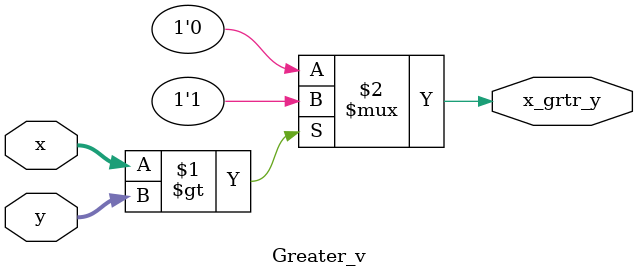
<source format=v>
`timescale 1ns / 1ps
module Greater_v #(parameter SIG_WIDTH = 7)(
    x,
    y,
	x_grtr_y
    );

// I/O definition
input  [SIG_WIDTH-1 : 0] x;
input  [SIG_WIDTH-1 : 0] y;
output                   x_grtr_y;


// Circuit

assign x_grtr_y = (x>y) ? 1'b 1 : 1'b 0;  
	
endmodule
	

</source>
